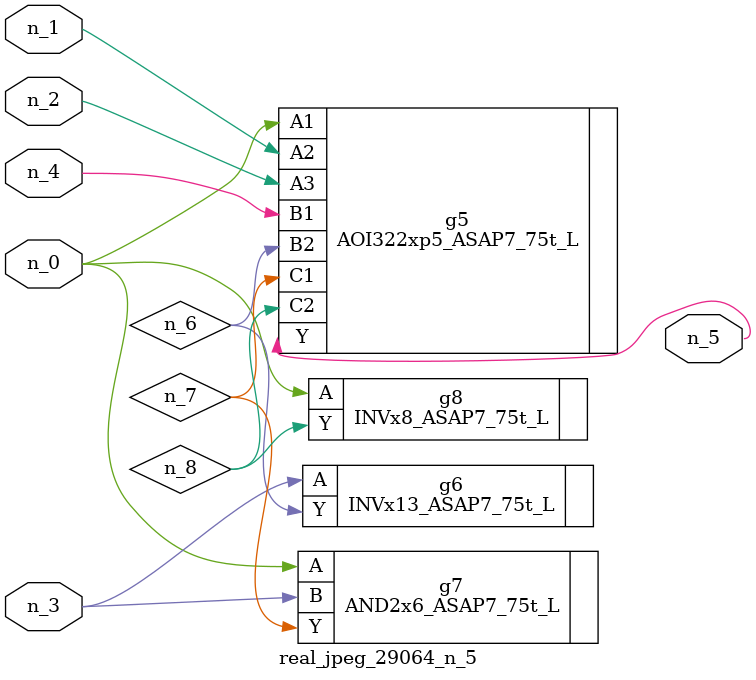
<source format=v>
module real_jpeg_29064_n_5 (n_4, n_0, n_1, n_2, n_3, n_5);

input n_4;
input n_0;
input n_1;
input n_2;
input n_3;

output n_5;

wire n_8;
wire n_6;
wire n_7;

AOI322xp5_ASAP7_75t_L g5 ( 
.A1(n_0),
.A2(n_1),
.A3(n_2),
.B1(n_4),
.B2(n_6),
.C1(n_7),
.C2(n_8),
.Y(n_5)
);

AND2x6_ASAP7_75t_L g7 ( 
.A(n_0),
.B(n_3),
.Y(n_7)
);

INVx8_ASAP7_75t_L g8 ( 
.A(n_0),
.Y(n_8)
);

INVx13_ASAP7_75t_L g6 ( 
.A(n_3),
.Y(n_6)
);


endmodule
</source>
